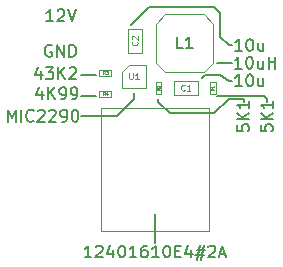
<source format=gbr>
G04 #@! TF.GenerationSoftware,KiCad,Pcbnew,(5.1.2)-2*
G04 #@! TF.CreationDate,2019-09-12T19:32:37+02:00*
G04 #@! TF.ProjectId,braunAdapterUSBC,62726175-6e41-4646-9170-746572555342,rev?*
G04 #@! TF.SameCoordinates,Original*
G04 #@! TF.FileFunction,Other,Fab,Top*
%FSLAX46Y46*%
G04 Gerber Fmt 4.6, Leading zero omitted, Abs format (unit mm)*
G04 Created by KiCad (PCBNEW (5.1.2)-2) date 2019-09-12 19:32:37*
%MOMM*%
%LPD*%
G04 APERTURE LIST*
%ADD10C,0.150000*%
%ADD11C,0.100000*%
%ADD12C,0.080000*%
%ADD13C,0.040000*%
%ADD14C,0.075000*%
G04 APERTURE END LIST*
D10*
X0Y-6250000D02*
X0Y-3750000D01*
X9250000Y6250000D02*
X5250000Y6250000D01*
X9500000Y6000000D02*
X9250000Y6250000D01*
X9500000Y5750000D02*
X9500000Y6000000D01*
X250000Y5750000D02*
X250000Y6000000D01*
X1250000Y4750000D02*
X250000Y5750000D01*
X5000000Y4750000D02*
X1250000Y4750000D01*
X6250000Y6000000D02*
X5000000Y4750000D01*
X7500000Y6000000D02*
X6250000Y6000000D01*
X7500000Y5750000D02*
X7500000Y6000000D01*
X4250000Y8000000D02*
X4000000Y7750000D01*
X5500000Y8000000D02*
X4250000Y8000000D01*
X6250000Y7500000D02*
X5500000Y8000000D01*
X6500000Y7500000D02*
X6250000Y7500000D01*
X6500000Y9000000D02*
X5250000Y9000000D01*
X-500000Y13750000D02*
X-2000000Y12250000D01*
X5000000Y13750000D02*
X-500000Y13750000D01*
X5500000Y13250000D02*
X5000000Y13750000D01*
X5500000Y12750000D02*
X5500000Y13250000D01*
X5500000Y11250000D02*
X5500000Y12750000D01*
X6250000Y10500000D02*
X5500000Y11250000D01*
X6500000Y10500000D02*
X6250000Y10500000D01*
X-1750000Y6000000D02*
X-1750000Y6500000D01*
X-3250000Y4500000D02*
X-1750000Y6000000D01*
X-6250000Y4500000D02*
X-3250000Y4500000D01*
X-6250000Y6250000D02*
X-5000000Y6250000D01*
X-6250000Y8000000D02*
X-5000000Y8000000D01*
D11*
X50000Y10700000D02*
X50000Y12350000D01*
X50000Y12350000D02*
X850000Y13150000D01*
X850000Y13150000D02*
X2500000Y13150000D01*
X4950000Y10700000D02*
X4950000Y12350000D01*
X4950000Y12350000D02*
X4150000Y13150000D01*
X4150000Y13150000D02*
X2500000Y13150000D01*
X4950000Y10700000D02*
X4950000Y9050000D01*
X4950000Y9050000D02*
X4150000Y8250000D01*
X4150000Y8250000D02*
X2500000Y8250000D01*
X50000Y10700000D02*
X50000Y9050000D01*
X50000Y9050000D02*
X850000Y8250000D01*
X850000Y8250000D02*
X2500000Y8250000D01*
X4600000Y-5230000D02*
X4600000Y5220000D01*
X-4600000Y-5230000D02*
X4600000Y-5230000D01*
X-4600000Y5220000D02*
X4600000Y5220000D01*
X-4600000Y-5230000D02*
X-4600000Y5220000D01*
X3600000Y6300000D02*
X1600000Y6300000D01*
X3600000Y7500000D02*
X3600000Y6300000D01*
X1600000Y7500000D02*
X3600000Y7500000D01*
X1600000Y6300000D02*
X1600000Y7500000D01*
X-2300000Y11900000D02*
X-1100000Y11900000D01*
X-1100000Y11900000D02*
X-1100000Y9900000D01*
X-1100000Y9900000D02*
X-2300000Y9900000D01*
X-2300000Y9900000D02*
X-2300000Y11900000D01*
X5150000Y6400000D02*
X4650000Y6400000D01*
X4650000Y6400000D02*
X4650000Y7400000D01*
X4650000Y7400000D02*
X5150000Y7400000D01*
X5150000Y7400000D02*
X5150000Y6400000D01*
X550000Y7400000D02*
X550000Y6400000D01*
X50000Y7400000D02*
X550000Y7400000D01*
X50000Y6400000D02*
X50000Y7400000D01*
X550000Y6400000D02*
X50000Y6400000D01*
X-4700000Y8450000D02*
X-3700000Y8450000D01*
X-4700000Y7950000D02*
X-4700000Y8450000D01*
X-3700000Y7950000D02*
X-4700000Y7950000D01*
X-3700000Y8450000D02*
X-3700000Y7950000D01*
X-3700000Y6150000D02*
X-4700000Y6150000D01*
X-3700000Y6650000D02*
X-3700000Y6150000D01*
X-4700000Y6650000D02*
X-3700000Y6650000D01*
X-4700000Y6150000D02*
X-4700000Y6650000D01*
X-2800000Y8265001D02*
X-2189919Y8875082D01*
X-2190000Y8875001D02*
X-800000Y8875001D01*
X-800000Y6875001D02*
X-800000Y8875001D01*
X-800000Y6875001D02*
X-2800000Y6875001D01*
X-2800000Y8255001D02*
X-2800000Y6875001D01*
D10*
X7333333Y8547619D02*
X6761904Y8547619D01*
X7047619Y8547619D02*
X7047619Y9547619D01*
X6952380Y9404761D01*
X6857142Y9309523D01*
X6761904Y9261904D01*
X7952380Y9547619D02*
X8047619Y9547619D01*
X8142857Y9500000D01*
X8190476Y9452380D01*
X8238095Y9357142D01*
X8285714Y9166666D01*
X8285714Y8928571D01*
X8238095Y8738095D01*
X8190476Y8642857D01*
X8142857Y8595238D01*
X8047619Y8547619D01*
X7952380Y8547619D01*
X7857142Y8595238D01*
X7809523Y8642857D01*
X7761904Y8738095D01*
X7714285Y8928571D01*
X7714285Y9166666D01*
X7761904Y9357142D01*
X7809523Y9452380D01*
X7857142Y9500000D01*
X7952380Y9547619D01*
X9142857Y9214285D02*
X9142857Y8547619D01*
X8714285Y9214285D02*
X8714285Y8690476D01*
X8761904Y8595238D01*
X8857142Y8547619D01*
X9000000Y8547619D01*
X9095238Y8595238D01*
X9142857Y8642857D01*
X9619047Y8547619D02*
X9619047Y9547619D01*
X9619047Y9071428D02*
X10190476Y9071428D01*
X10190476Y8547619D02*
X10190476Y9547619D01*
X2333333Y10247619D02*
X1857142Y10247619D01*
X1857142Y11247619D01*
X3190476Y10247619D02*
X2619047Y10247619D01*
X2904761Y10247619D02*
X2904761Y11247619D01*
X2809523Y11104761D01*
X2714285Y11009523D01*
X2619047Y10961904D01*
X-5380952Y-7452380D02*
X-5952380Y-7452380D01*
X-5666666Y-7452380D02*
X-5666666Y-6452380D01*
X-5761904Y-6595238D01*
X-5857142Y-6690476D01*
X-5952380Y-6738095D01*
X-5000000Y-6547619D02*
X-4952380Y-6500000D01*
X-4857142Y-6452380D01*
X-4619047Y-6452380D01*
X-4523809Y-6500000D01*
X-4476190Y-6547619D01*
X-4428571Y-6642857D01*
X-4428571Y-6738095D01*
X-4476190Y-6880952D01*
X-5047619Y-7452380D01*
X-4428571Y-7452380D01*
X-3571428Y-6785714D02*
X-3571428Y-7452380D01*
X-3809523Y-6404761D02*
X-4047619Y-7119047D01*
X-3428571Y-7119047D01*
X-2857142Y-6452380D02*
X-2761904Y-6452380D01*
X-2666666Y-6500000D01*
X-2619047Y-6547619D01*
X-2571428Y-6642857D01*
X-2523809Y-6833333D01*
X-2523809Y-7071428D01*
X-2571428Y-7261904D01*
X-2619047Y-7357142D01*
X-2666666Y-7404761D01*
X-2761904Y-7452380D01*
X-2857142Y-7452380D01*
X-2952380Y-7404761D01*
X-3000000Y-7357142D01*
X-3047619Y-7261904D01*
X-3095238Y-7071428D01*
X-3095238Y-6833333D01*
X-3047619Y-6642857D01*
X-3000000Y-6547619D01*
X-2952380Y-6500000D01*
X-2857142Y-6452380D01*
X-1571428Y-7452380D02*
X-2142857Y-7452380D01*
X-1857142Y-7452380D02*
X-1857142Y-6452380D01*
X-1952380Y-6595238D01*
X-2047619Y-6690476D01*
X-2142857Y-6738095D01*
X-714285Y-6452380D02*
X-904761Y-6452380D01*
X-1000000Y-6500000D01*
X-1047619Y-6547619D01*
X-1142857Y-6690476D01*
X-1190476Y-6880952D01*
X-1190476Y-7261904D01*
X-1142857Y-7357142D01*
X-1095238Y-7404761D01*
X-1000000Y-7452380D01*
X-809523Y-7452380D01*
X-714285Y-7404761D01*
X-666666Y-7357142D01*
X-619047Y-7261904D01*
X-619047Y-7023809D01*
X-666666Y-6928571D01*
X-714285Y-6880952D01*
X-809523Y-6833333D01*
X-1000000Y-6833333D01*
X-1095238Y-6880952D01*
X-1142857Y-6928571D01*
X-1190476Y-7023809D01*
X333333Y-7452380D02*
X-238095Y-7452380D01*
X47619Y-7452380D02*
X47619Y-6452380D01*
X-47619Y-6595238D01*
X-142857Y-6690476D01*
X-238095Y-6738095D01*
X952380Y-6452380D02*
X1047619Y-6452380D01*
X1142857Y-6500000D01*
X1190476Y-6547619D01*
X1238095Y-6642857D01*
X1285714Y-6833333D01*
X1285714Y-7071428D01*
X1238095Y-7261904D01*
X1190476Y-7357142D01*
X1142857Y-7404761D01*
X1047619Y-7452380D01*
X952380Y-7452380D01*
X857142Y-7404761D01*
X809523Y-7357142D01*
X761904Y-7261904D01*
X714285Y-7071428D01*
X714285Y-6833333D01*
X761904Y-6642857D01*
X809523Y-6547619D01*
X857142Y-6500000D01*
X952380Y-6452380D01*
X1714285Y-6928571D02*
X2047619Y-6928571D01*
X2190476Y-7452380D02*
X1714285Y-7452380D01*
X1714285Y-6452380D01*
X2190476Y-6452380D01*
X3047619Y-6785714D02*
X3047619Y-7452380D01*
X2809523Y-6404761D02*
X2571428Y-7119047D01*
X3190476Y-7119047D01*
X3523809Y-6785714D02*
X4238095Y-6785714D01*
X3809523Y-6357142D02*
X3523809Y-7642857D01*
X4142857Y-7214285D02*
X3428571Y-7214285D01*
X3857142Y-7642857D02*
X4142857Y-6357142D01*
X4523809Y-6547619D02*
X4571428Y-6500000D01*
X4666666Y-6452380D01*
X4904761Y-6452380D01*
X4999999Y-6500000D01*
X5047619Y-6547619D01*
X5095238Y-6642857D01*
X5095238Y-6738095D01*
X5047619Y-6880952D01*
X4476190Y-7452380D01*
X5095238Y-7452380D01*
X5476190Y-7166666D02*
X5952380Y-7166666D01*
X5380952Y-7452380D02*
X5714285Y-6452380D01*
X6047619Y-7452380D01*
X7357142Y7047619D02*
X6785714Y7047619D01*
X7071428Y7047619D02*
X7071428Y8047619D01*
X6976190Y7904761D01*
X6880952Y7809523D01*
X6785714Y7761904D01*
X7976190Y8047619D02*
X8071428Y8047619D01*
X8166666Y8000000D01*
X8214285Y7952380D01*
X8261904Y7857142D01*
X8309523Y7666666D01*
X8309523Y7428571D01*
X8261904Y7238095D01*
X8214285Y7142857D01*
X8166666Y7095238D01*
X8071428Y7047619D01*
X7976190Y7047619D01*
X7880952Y7095238D01*
X7833333Y7142857D01*
X7785714Y7238095D01*
X7738095Y7428571D01*
X7738095Y7666666D01*
X7785714Y7857142D01*
X7833333Y7952380D01*
X7880952Y8000000D01*
X7976190Y8047619D01*
X9166666Y7714285D02*
X9166666Y7047619D01*
X8738095Y7714285D02*
X8738095Y7190476D01*
X8785714Y7095238D01*
X8880952Y7047619D01*
X9023809Y7047619D01*
X9119047Y7095238D01*
X9166666Y7142857D01*
D12*
X2516666Y6721428D02*
X2492857Y6697619D01*
X2421428Y6673809D01*
X2373809Y6673809D01*
X2302380Y6697619D01*
X2254761Y6745238D01*
X2230952Y6792857D01*
X2207142Y6888095D01*
X2207142Y6959523D01*
X2230952Y7054761D01*
X2254761Y7102380D01*
X2302380Y7150000D01*
X2373809Y7173809D01*
X2421428Y7173809D01*
X2492857Y7150000D01*
X2516666Y7126190D01*
X2992857Y6673809D02*
X2707142Y6673809D01*
X2850000Y6673809D02*
X2850000Y7173809D01*
X2802380Y7102380D01*
X2754761Y7054761D01*
X2707142Y7030952D01*
D10*
X7357142Y10047619D02*
X6785714Y10047619D01*
X7071428Y10047619D02*
X7071428Y11047619D01*
X6976190Y10904761D01*
X6880952Y10809523D01*
X6785714Y10761904D01*
X7976190Y11047619D02*
X8071428Y11047619D01*
X8166666Y11000000D01*
X8214285Y10952380D01*
X8261904Y10857142D01*
X8309523Y10666666D01*
X8309523Y10428571D01*
X8261904Y10238095D01*
X8214285Y10142857D01*
X8166666Y10095238D01*
X8071428Y10047619D01*
X7976190Y10047619D01*
X7880952Y10095238D01*
X7833333Y10142857D01*
X7785714Y10238095D01*
X7738095Y10428571D01*
X7738095Y10666666D01*
X7785714Y10857142D01*
X7833333Y10952380D01*
X7880952Y11000000D01*
X7976190Y11047619D01*
X9166666Y10714285D02*
X9166666Y10047619D01*
X8738095Y10714285D02*
X8738095Y10190476D01*
X8785714Y10095238D01*
X8880952Y10047619D01*
X9023809Y10047619D01*
X9119047Y10095238D01*
X9166666Y10142857D01*
D12*
X-1521428Y10816666D02*
X-1497619Y10792857D01*
X-1473809Y10721428D01*
X-1473809Y10673809D01*
X-1497619Y10602380D01*
X-1545238Y10554761D01*
X-1592857Y10530952D01*
X-1688095Y10507142D01*
X-1759523Y10507142D01*
X-1854761Y10530952D01*
X-1902380Y10554761D01*
X-1950000Y10602380D01*
X-1973809Y10673809D01*
X-1973809Y10721428D01*
X-1950000Y10792857D01*
X-1926190Y10816666D01*
X-1926190Y11007142D02*
X-1950000Y11030952D01*
X-1973809Y11078571D01*
X-1973809Y11197619D01*
X-1950000Y11245238D01*
X-1926190Y11269047D01*
X-1878571Y11292857D01*
X-1830952Y11292857D01*
X-1759523Y11269047D01*
X-1473809Y10983333D01*
X-1473809Y11292857D01*
D10*
X8952380Y3761904D02*
X8952380Y3285714D01*
X9428571Y3238095D01*
X9380952Y3285714D01*
X9333333Y3380952D01*
X9333333Y3619047D01*
X9380952Y3714285D01*
X9428571Y3761904D01*
X9523809Y3809523D01*
X9761904Y3809523D01*
X9857142Y3761904D01*
X9904761Y3714285D01*
X9952380Y3619047D01*
X9952380Y3380952D01*
X9904761Y3285714D01*
X9857142Y3238095D01*
X9952380Y4238095D02*
X8952380Y4238095D01*
X9952380Y4809523D02*
X9380952Y4380952D01*
X8952380Y4809523D02*
X9523809Y4238095D01*
X9952380Y5761904D02*
X9952380Y5190476D01*
X9952380Y5476190D02*
X8952380Y5476190D01*
X9095238Y5380952D01*
X9190476Y5285714D01*
X9238095Y5190476D01*
D13*
X5013095Y6858333D02*
X4894047Y6775000D01*
X5013095Y6715476D02*
X4763095Y6715476D01*
X4763095Y6810714D01*
X4775000Y6834523D01*
X4786904Y6846428D01*
X4810714Y6858333D01*
X4846428Y6858333D01*
X4870238Y6846428D01*
X4882142Y6834523D01*
X4894047Y6810714D01*
X4894047Y6715476D01*
X5013095Y7096428D02*
X5013095Y6953571D01*
X5013095Y7025000D02*
X4763095Y7025000D01*
X4798809Y7001190D01*
X4822619Y6977380D01*
X4834523Y6953571D01*
D10*
X6952380Y3761904D02*
X6952380Y3285714D01*
X7428571Y3238095D01*
X7380952Y3285714D01*
X7333333Y3380952D01*
X7333333Y3619047D01*
X7380952Y3714285D01*
X7428571Y3761904D01*
X7523809Y3809523D01*
X7761904Y3809523D01*
X7857142Y3761904D01*
X7904761Y3714285D01*
X7952380Y3619047D01*
X7952380Y3380952D01*
X7904761Y3285714D01*
X7857142Y3238095D01*
X7952380Y4238095D02*
X6952380Y4238095D01*
X7952380Y4809523D02*
X7380952Y4380952D01*
X6952380Y4809523D02*
X7523809Y4238095D01*
X7952380Y5761904D02*
X7952380Y5190476D01*
X7952380Y5476190D02*
X6952380Y5476190D01*
X7095238Y5380952D01*
X7190476Y5285714D01*
X7238095Y5190476D01*
D13*
X413095Y6858333D02*
X294047Y6775000D01*
X413095Y6715476D02*
X163095Y6715476D01*
X163095Y6810714D01*
X175000Y6834523D01*
X186904Y6846428D01*
X210714Y6858333D01*
X246428Y6858333D01*
X270238Y6846428D01*
X282142Y6834523D01*
X294047Y6810714D01*
X294047Y6715476D01*
X186904Y6953571D02*
X175000Y6965476D01*
X163095Y6989285D01*
X163095Y7048809D01*
X175000Y7072619D01*
X186904Y7084523D01*
X210714Y7096428D01*
X234523Y7096428D01*
X270238Y7084523D01*
X413095Y6941666D01*
X413095Y7096428D01*
D10*
X-9661904Y8314285D02*
X-9661904Y7647619D01*
X-9900000Y8695238D02*
X-10138095Y7980952D01*
X-9519047Y7980952D01*
X-9233333Y8647619D02*
X-8614285Y8647619D01*
X-8947619Y8266666D01*
X-8804761Y8266666D01*
X-8709523Y8219047D01*
X-8661904Y8171428D01*
X-8614285Y8076190D01*
X-8614285Y7838095D01*
X-8661904Y7742857D01*
X-8709523Y7695238D01*
X-8804761Y7647619D01*
X-9090476Y7647619D01*
X-9185714Y7695238D01*
X-9233333Y7742857D01*
X-8185714Y7647619D02*
X-8185714Y8647619D01*
X-7614285Y7647619D02*
X-8042857Y8219047D01*
X-7614285Y8647619D02*
X-8185714Y8076190D01*
X-7233333Y8552380D02*
X-7185714Y8600000D01*
X-7090476Y8647619D01*
X-6852380Y8647619D01*
X-6757142Y8600000D01*
X-6709523Y8552380D01*
X-6661904Y8457142D01*
X-6661904Y8361904D01*
X-6709523Y8219047D01*
X-7280952Y7647619D01*
X-6661904Y7647619D01*
D13*
X-4241666Y8086904D02*
X-4325000Y8205952D01*
X-4384523Y8086904D02*
X-4384523Y8336904D01*
X-4289285Y8336904D01*
X-4265476Y8325000D01*
X-4253571Y8313095D01*
X-4241666Y8289285D01*
X-4241666Y8253571D01*
X-4253571Y8229761D01*
X-4265476Y8217857D01*
X-4289285Y8205952D01*
X-4384523Y8205952D01*
X-4158333Y8336904D02*
X-4003571Y8336904D01*
X-4086904Y8241666D01*
X-4051190Y8241666D01*
X-4027380Y8229761D01*
X-4015476Y8217857D01*
X-4003571Y8194047D01*
X-4003571Y8134523D01*
X-4015476Y8110714D01*
X-4027380Y8098809D01*
X-4051190Y8086904D01*
X-4122619Y8086904D01*
X-4146428Y8098809D01*
X-4158333Y8110714D01*
D10*
X-9561904Y6614285D02*
X-9561904Y5947619D01*
X-9800000Y6995238D02*
X-10038095Y6280952D01*
X-9419047Y6280952D01*
X-9038095Y5947619D02*
X-9038095Y6947619D01*
X-8466666Y5947619D02*
X-8895238Y6519047D01*
X-8466666Y6947619D02*
X-9038095Y6376190D01*
X-7990476Y5947619D02*
X-7800000Y5947619D01*
X-7704761Y5995238D01*
X-7657142Y6042857D01*
X-7561904Y6185714D01*
X-7514285Y6376190D01*
X-7514285Y6757142D01*
X-7561904Y6852380D01*
X-7609523Y6900000D01*
X-7704761Y6947619D01*
X-7895238Y6947619D01*
X-7990476Y6900000D01*
X-8038095Y6852380D01*
X-8085714Y6757142D01*
X-8085714Y6519047D01*
X-8038095Y6423809D01*
X-7990476Y6376190D01*
X-7895238Y6328571D01*
X-7704761Y6328571D01*
X-7609523Y6376190D01*
X-7561904Y6423809D01*
X-7514285Y6519047D01*
X-7038095Y5947619D02*
X-6847619Y5947619D01*
X-6752380Y5995238D01*
X-6704761Y6042857D01*
X-6609523Y6185714D01*
X-6561904Y6376190D01*
X-6561904Y6757142D01*
X-6609523Y6852380D01*
X-6657142Y6900000D01*
X-6752380Y6947619D01*
X-6942857Y6947619D01*
X-7038095Y6900000D01*
X-7085714Y6852380D01*
X-7133333Y6757142D01*
X-7133333Y6519047D01*
X-7085714Y6423809D01*
X-7038095Y6376190D01*
X-6942857Y6328571D01*
X-6752380Y6328571D01*
X-6657142Y6376190D01*
X-6609523Y6423809D01*
X-6561904Y6519047D01*
D13*
X-4241666Y6286904D02*
X-4325000Y6405952D01*
X-4384523Y6286904D02*
X-4384523Y6536904D01*
X-4289285Y6536904D01*
X-4265476Y6525000D01*
X-4253571Y6513095D01*
X-4241666Y6489285D01*
X-4241666Y6453571D01*
X-4253571Y6429761D01*
X-4265476Y6417857D01*
X-4289285Y6405952D01*
X-4384523Y6405952D01*
X-4027380Y6453571D02*
X-4027380Y6286904D01*
X-4086904Y6548809D02*
X-4146428Y6370238D01*
X-3991666Y6370238D01*
D10*
X-8619047Y12547619D02*
X-9190476Y12547619D01*
X-8904761Y12547619D02*
X-8904761Y13547619D01*
X-9000000Y13404761D01*
X-9095238Y13309523D01*
X-9190476Y13261904D01*
X-8238095Y13452380D02*
X-8190476Y13500000D01*
X-8095238Y13547619D01*
X-7857142Y13547619D01*
X-7761904Y13500000D01*
X-7714285Y13452380D01*
X-7666666Y13357142D01*
X-7666666Y13261904D01*
X-7714285Y13119047D01*
X-8285714Y12547619D01*
X-7666666Y12547619D01*
X-7380952Y13547619D02*
X-7047619Y12547619D01*
X-6714285Y13547619D01*
X-8761904Y10500000D02*
X-8857142Y10547619D01*
X-9000000Y10547619D01*
X-9142857Y10500000D01*
X-9238095Y10404761D01*
X-9285714Y10309523D01*
X-9333333Y10119047D01*
X-9333333Y9976190D01*
X-9285714Y9785714D01*
X-9238095Y9690476D01*
X-9142857Y9595238D01*
X-9000000Y9547619D01*
X-8904761Y9547619D01*
X-8761904Y9595238D01*
X-8714285Y9642857D01*
X-8714285Y9976190D01*
X-8904761Y9976190D01*
X-8285714Y9547619D02*
X-8285714Y10547619D01*
X-7714285Y9547619D01*
X-7714285Y10547619D01*
X-7238095Y9547619D02*
X-7238095Y10547619D01*
X-7000000Y10547619D01*
X-6857142Y10500000D01*
X-6761904Y10404761D01*
X-6714285Y10309523D01*
X-6666666Y10119047D01*
X-6666666Y9976190D01*
X-6714285Y9785714D01*
X-6761904Y9690476D01*
X-6857142Y9595238D01*
X-7000000Y9547619D01*
X-7238095Y9547619D01*
X-12476190Y4047619D02*
X-12476190Y5047619D01*
X-12142857Y4333333D01*
X-11809523Y5047619D01*
X-11809523Y4047619D01*
X-11333333Y4047619D02*
X-11333333Y5047619D01*
X-10285714Y4142857D02*
X-10333333Y4095238D01*
X-10476190Y4047619D01*
X-10571428Y4047619D01*
X-10714285Y4095238D01*
X-10809523Y4190476D01*
X-10857142Y4285714D01*
X-10904761Y4476190D01*
X-10904761Y4619047D01*
X-10857142Y4809523D01*
X-10809523Y4904761D01*
X-10714285Y5000000D01*
X-10571428Y5047619D01*
X-10476190Y5047619D01*
X-10333333Y5000000D01*
X-10285714Y4952380D01*
X-9904761Y4952380D02*
X-9857142Y5000000D01*
X-9761904Y5047619D01*
X-9523809Y5047619D01*
X-9428571Y5000000D01*
X-9380952Y4952380D01*
X-9333333Y4857142D01*
X-9333333Y4761904D01*
X-9380952Y4619047D01*
X-9952380Y4047619D01*
X-9333333Y4047619D01*
X-8952380Y4952380D02*
X-8904761Y5000000D01*
X-8809523Y5047619D01*
X-8571428Y5047619D01*
X-8476190Y5000000D01*
X-8428571Y4952380D01*
X-8380952Y4857142D01*
X-8380952Y4761904D01*
X-8428571Y4619047D01*
X-9000000Y4047619D01*
X-8380952Y4047619D01*
X-7904761Y4047619D02*
X-7714285Y4047619D01*
X-7619047Y4095238D01*
X-7571428Y4142857D01*
X-7476190Y4285714D01*
X-7428571Y4476190D01*
X-7428571Y4857142D01*
X-7476190Y4952380D01*
X-7523809Y5000000D01*
X-7619047Y5047619D01*
X-7809523Y5047619D01*
X-7904761Y5000000D01*
X-7952380Y4952380D01*
X-8000000Y4857142D01*
X-8000000Y4619047D01*
X-7952380Y4523809D01*
X-7904761Y4476190D01*
X-7809523Y4428571D01*
X-7619047Y4428571D01*
X-7523809Y4476190D01*
X-7476190Y4523809D01*
X-7428571Y4619047D01*
X-6809523Y5047619D02*
X-6714285Y5047619D01*
X-6619047Y5000000D01*
X-6571428Y4952380D01*
X-6523809Y4857142D01*
X-6476190Y4666666D01*
X-6476190Y4428571D01*
X-6523809Y4238095D01*
X-6571428Y4142857D01*
X-6619047Y4095238D01*
X-6714285Y4047619D01*
X-6809523Y4047619D01*
X-6904761Y4095238D01*
X-6952380Y4142857D01*
X-7000000Y4238095D01*
X-7047619Y4428571D01*
X-7047619Y4666666D01*
X-7000000Y4857142D01*
X-6952380Y4952380D01*
X-6904761Y5000000D01*
X-6809523Y5047619D01*
D14*
X-2180952Y8148810D02*
X-2180952Y7744048D01*
X-2157142Y7696429D01*
X-2133333Y7672620D01*
X-2085714Y7648810D01*
X-1990476Y7648810D01*
X-1942857Y7672620D01*
X-1919047Y7696429D01*
X-1895238Y7744048D01*
X-1895238Y8148810D01*
X-1395238Y7648810D02*
X-1680952Y7648810D01*
X-1538095Y7648810D02*
X-1538095Y8148810D01*
X-1585714Y8077381D01*
X-1633333Y8029762D01*
X-1680952Y8005953D01*
M02*

</source>
